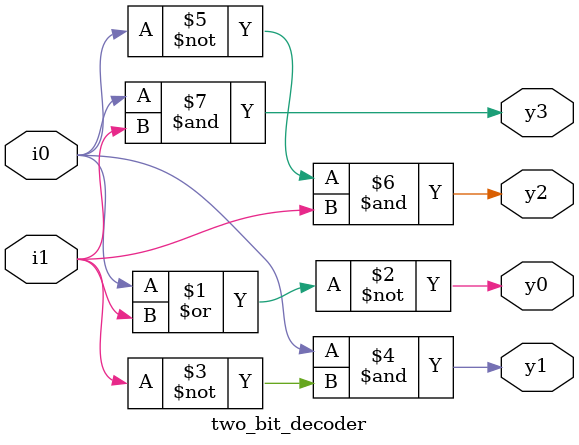
<source format=v>
module four_bit_ring_counter(clk,rst,y);
input clk,rst;
output [3:0]y;
wire [1:0]w;
counter c1(clk,rst,w);
two_bit_decoder c2(w[0],w[1],y[0],y[1],y[2],y[3]);
endmodule

//counter
module counter(clk,rst,out);
	input clk,rst;
	output reg [3:0]out;
	always@(posedge clk)
		begin
			if(rst)
				out<=4'b0;
				else
					out<=out+1;
			end
endmodule
//decoder 
module two_bit_decoder(i0,i1,y0,y1,y2,y3);
	input i0,i1;
	output y0,y1,y2,y3;
	assign y0=~(i0|i1);
	assign y1=i0&~i1;
	assign y2=~i0&i1;
	assign y3=i0&i1;
endmodule

</source>
